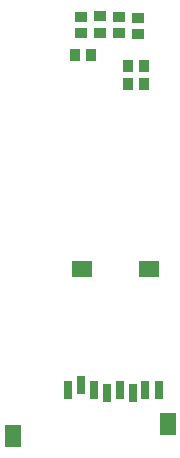
<source format=gbp>
G04*
G04 #@! TF.GenerationSoftware,Altium Limited,Altium Designer,21.8.1 (53)*
G04*
G04 Layer_Color=128*
%FSLAX23Y23*%
%MOIN*%
G70*
G04*
G04 #@! TF.SameCoordinates,9A98099C-E915-48DC-B274-BBC1B63A1E23*
G04*
G04*
G04 #@! TF.FilePolarity,Positive*
G04*
G01*
G75*
%ADD28R,0.035X0.039*%
%ADD31R,0.039X0.035*%
%ADD89R,0.071X0.055*%
%ADD90R,0.055X0.075*%
%ADD91R,0.031X0.059*%
D28*
X468Y-1376D02*
D03*
X522D02*
D03*
X643Y-1414D02*
D03*
X697D02*
D03*
X696Y-1475D02*
D03*
X643D02*
D03*
D31*
X488Y-1250D02*
D03*
Y-1304D02*
D03*
X551Y-1303D02*
D03*
Y-1249D02*
D03*
X676Y-1306D02*
D03*
Y-1253D02*
D03*
X614Y-1251D02*
D03*
Y-1305D02*
D03*
D89*
X714Y-2090D02*
D03*
X489D02*
D03*
D90*
X777Y-2607D02*
D03*
X259Y-2647D02*
D03*
D91*
X746Y-2495D02*
D03*
X702D02*
D03*
X659Y-2503D02*
D03*
X616Y-2495D02*
D03*
X573Y-2503D02*
D03*
X529Y-2495D02*
D03*
X486Y-2479D02*
D03*
X443Y-2495D02*
D03*
M02*

</source>
